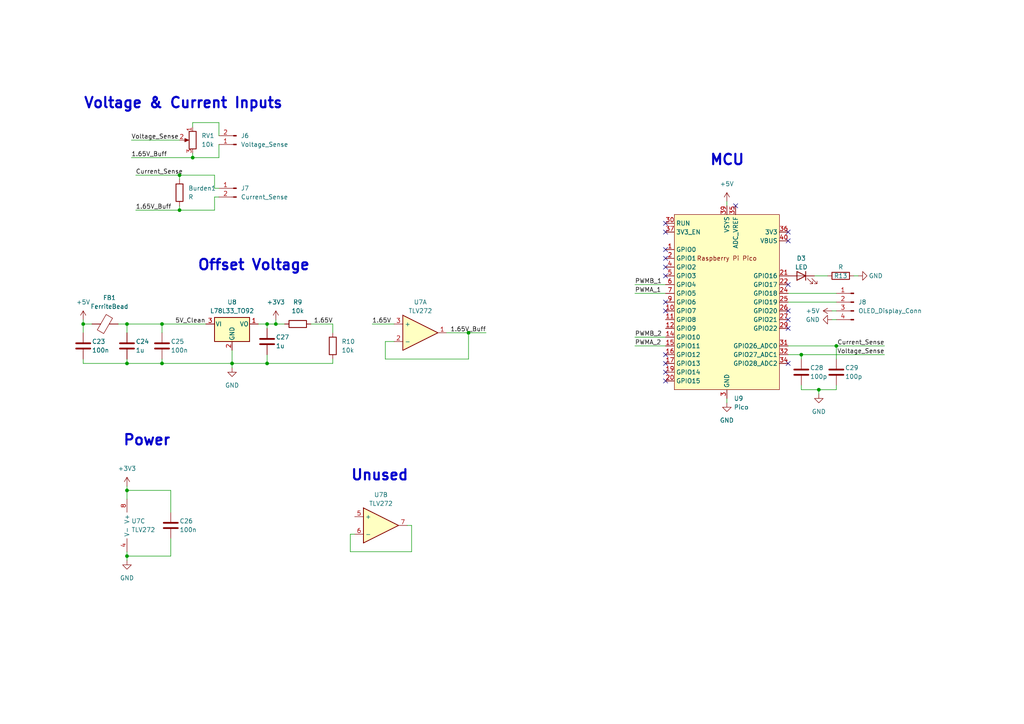
<source format=kicad_sch>
(kicad_sch (version 20211123) (generator eeschema)
  (paper "A4")
  (title_block (title "PWM Generation") (company "Kei Carden"))
  (lib_symbols
    (symbol "Connector:Conn_01x02_Male" (pin_names (offset 1.016) hide)
      (property "Reference" "J" (at 0 2.54 0))
      (property "Value" "Conn_01x02_Male" (at 0 -5.08 0))
      (symbol "Conn_01x02_Male_1_1"
        (polyline (pts (xy 1.27 -2.54) (xy 0.8636 -2.54)) (stroke (width 0.1524)))
        (polyline (pts (xy 1.27 0) (xy 0.8636 0)) (stroke (width 0.1524)))
        (rectangle (start 0.8636 -2.413) (end 0 -2.667) (stroke (width 0.1524)) (fill (type outline)))
        (rectangle (start 0.8636 0.127) (end 0 -0.127) (stroke (width 0.1524)) (fill (type outline)))
        (pin passive line (at 5.08 0 180) (length 3.81) (name "Pin_1") (number "1"))
        (pin passive line (at 5.08 -2.54 180) (length 3.81) (name "Pin_2") (number "2"))
      )
    )
    (symbol "Connector:Conn_01x04_Male" (pin_names (offset 1.016) hide)
      (property "Reference" "J" (at 0 5.08 0))
      (property "Value" "Conn_01x04_Male" (at 0 -7.62 0))
      (symbol "Conn_01x04_Male_1_1"
        (polyline (pts (xy 1.27 -5.08) (xy 0.8636 -5.08)) (stroke (width 0.1524)))
        (polyline (pts (xy 1.27 -2.54) (xy 0.8636 -2.54)) (stroke (width 0.1524)))
        (polyline (pts (xy 1.27 0) (xy 0.8636 0)) (stroke (width 0.1524)))
        (polyline (pts (xy 1.27 2.54) (xy 0.8636 2.54)) (stroke (width 0.1524)))
        (rectangle (start 0.8636 -4.953) (end 0 -5.207) (stroke (width 0.1524)) (fill (type outline)))
        (rectangle (start 0.8636 -2.413) (end 0 -2.667) (stroke (width 0.1524)) (fill (type outline)))
        (rectangle (start 0.8636 0.127) (end 0 -0.127) (stroke (width 0.1524)) (fill (type outline)))
        (rectangle (start 0.8636 2.667) (end 0 2.413) (stroke (width 0.1524)) (fill (type outline)))
        (pin passive line (at 5.08 2.54 180) (length 3.81) (name "Pin_1") (number "1"))
        (pin passive line (at 5.08 0 180) (length 3.81) (name "Pin_2") (number "2"))
        (pin passive line (at 5.08 -2.54 180) (length 3.81) (name "Pin_3") (number "3"))
        (pin passive line (at 5.08 -5.08 180) (length 3.81) (name "Pin_4") (number "4"))
      )
    )
    (symbol "Device:C" (pin_numbers hide) (pin_names (offset 0.254))
      (property "Reference" "C" (at 0.635 2.54 0))
      (property "Value" "C" (at 0.635 -2.54 0))
      (symbol "C_0_1"
        (polyline (pts (xy -2.032 -0.762) (xy 2.032 -0.762)) (stroke (width 0.508)))
        (polyline (pts (xy -2.032 0.762) (xy 2.032 0.762)) (stroke (width 0.508)))
      )
      (symbol "C_1_1"
        (pin passive line (at 0 3.81 270) (length 2.794) (name "~") (number "1"))
        (pin passive line (at 0 -3.81 90) (length 2.794) (name "~") (number "2"))
      )
    )
    (symbol "Device:FerriteBead" (pin_numbers hide) (pin_names (offset 0))
      (property "Reference" "FB" (at -3.81 0.635 90))
      (property "Value" "FerriteBead" (at 3.81 0 90))
      (symbol "FerriteBead_0_1"
        (polyline (pts (xy 0 -1.27) (xy 0 -1.2192)))
        (polyline (pts (xy 0 1.27) (xy 0 1.2954)))
        (polyline (pts (xy -2.7686 0.4064) (xy -1.7018 2.2606) (xy 2.7686 -0.3048) (xy 1.6764 -2.159) (xy -2.7686 0.4064)))
      )
      (symbol "FerriteBead_1_1"
        (pin passive line (at 0 3.81 270) (length 2.54) (name "~") (number "1"))
        (pin passive line (at 0 -3.81 90) (length 2.54) (name "~") (number "2"))
      )
    )
    (symbol "Device:LED" (pin_numbers hide) (pin_names (offset 1.016) hide)
      (property "Reference" "D" (at 0 2.54 0))
      (property "Value" "LED" (at 0 -2.54 0))
      (symbol "LED_0_1"
        (polyline (pts (xy -1.27 -1.27) (xy -1.27 1.27)) (stroke (width 0.254)))
        (polyline (pts (xy -1.27 0) (xy 1.27 0)))
        (polyline (pts (xy 1.27 -1.27) (xy 1.27 1.27) (xy -1.27 0) (xy 1.27 -1.27)) (stroke (width 0.254)))
        (polyline (pts (xy -3.048 -0.762) (xy -4.572 -2.286) (xy -3.81 -2.286) (xy -4.572 -2.286) (xy -4.572 -1.524)))
        (polyline (pts (xy -1.778 -0.762) (xy -3.302 -2.286) (xy -2.54 -2.286) (xy -3.302 -2.286) (xy -3.302 -1.524)))
      )
      (symbol "LED_1_1"
        (pin passive line (at -3.81 0 0) (length 2.54) (name "K") (number "1"))
        (pin passive line (at 3.81 0 180) (length 2.54) (name "A") (number "2"))
      )
    )
    (symbol "Device:Opamp_Dual"
      (property "Reference" "U" (at 0 5.08 0))
      (property "Value" "Opamp_Dual" (at 0 -5.08 0))
      (symbol "Opamp_Dual_1_1"
        (polyline (pts (xy -5.08 5.08) (xy 5.08 0) (xy -5.08 -5.08) (xy -5.08 5.08)) (stroke (width 0.254)) (fill (type background)))
        (pin output line (at 7.62 0 180) (length 2.54) (name "~") (number "1"))
        (pin input line (at -7.62 -2.54 0) (length 2.54) (name "-") (number "2"))
        (pin input line (at -7.62 2.54 0) (length 2.54) (name "+") (number "3"))
      )
      (symbol "Opamp_Dual_2_1"
        (polyline (pts (xy -5.08 5.08) (xy 5.08 0) (xy -5.08 -5.08) (xy -5.08 5.08)) (stroke (width 0.254)) (fill (type background)))
        (pin input line (at -7.62 2.54 0) (length 2.54) (name "+") (number "5"))
        (pin input line (at -7.62 -2.54 0) (length 2.54) (name "-") (number "6"))
        (pin output line (at 7.62 0 180) (length 2.54) (name "~") (number "7"))
      )
      (symbol "Opamp_Dual_3_1"
        (pin power_in line (at -2.54 -7.62 90) (length 3.81) (name "V-") (number "4"))
        (pin power_in line (at -2.54 7.62 270) (length 3.81) (name "V+") (number "8"))
      )
    )
    (symbol "Device:R" (pin_numbers hide) (pin_names (offset 0))
      (property "Reference" "R" (at 2.032 0 90))
      (property "Value" "R" (at 0 0 90))
      (symbol "R_0_1"
        (rectangle (start -1.016 -2.54) (end 1.016 2.54) (stroke (width 0.254)))
      )
      (symbol "R_1_1"
        (pin passive line (at 0 3.81 270) (length 1.27) (name "~") (number "1"))
        (pin passive line (at 0 -3.81 90) (length 1.27) (name "~") (number "2"))
      )
    )
    (symbol "Device:R_Potentiometer" (pin_names (offset 1.016) hide)
      (property "Reference" "RV" (at -4.445 0 90))
      (property "Value" "R_Potentiometer" (at -2.54 0 90))
      (symbol "R_Potentiometer_0_1"
        (polyline (pts (xy 2.54 0) (xy 1.524 0)))
        (polyline (pts (xy 1.143 0) (xy 2.286 0.508) (xy 2.286 -0.508) (xy 1.143 0)) (fill (type outline)))
        (rectangle (start 1.016 2.54) (end -1.016 -2.54) (stroke (width 0.254)))
      )
      (symbol "R_Potentiometer_1_1"
        (pin passive line (at 0 3.81 270) (length 1.27) (name "1") (number "1"))
        (pin passive line (at 3.81 0 180) (length 1.27) (name "2") (number "2"))
        (pin passive line (at 0 -3.81 90) (length 1.27) (name "3") (number "3"))
      )
    )
    (symbol "PicoRF:Pico"
      (property "Reference" "U" (at -13.97 26.67 0))
      (property "Value" "Pico" (at 12.7 26.67 0))
      (symbol "Pico_0_0"
        (text "Raspberry Pi Pico" (at 0 12.7 0) (effects (font (size 1.27 1.27))))
      )
      (symbol "Pico_0_1"
        (rectangle (start -15.24 25.4) (end 15.24 -25.4) (fill (type background)))
      )
      (symbol "Pico_1_1"
        (pin bidirectional line (at -17.78 15.24 0) (length 2.54) (name "GPIO0") (number "1"))
        (pin bidirectional line (at -17.78 -2.54 0) (length 2.54) (name "GPIO7") (number "10"))
        (pin bidirectional line (at -17.78 -5.08 0) (length 2.54) (name "GPIO8") (number "11"))
        (pin bidirectional line (at -17.78 -7.62 0) (length 2.54) (name "GPIO9") (number "12"))
        (pin passive line (at 0 -27.94 90) (length 2.54) hide (name "GND") (number "13"))
        (pin bidirectional line (at -17.78 -10.16 0) (length 2.54) (name "GPIO10") (number "14"))
        (pin bidirectional line (at -17.78 -12.7 0) (length 2.54) (name "GPIO11") (number "15"))
        (pin bidirectional line (at -17.78 -15.24 0) (length 2.54) (name "GPIO12") (number "16"))
        (pin bidirectional line (at -17.78 -17.78 0) (length 2.54) (name "GPIO13") (number "17"))
        (pin passive line (at 0 -27.94 90) (length 2.54) hide (name "GND") (number "18"))
        (pin bidirectional line (at -17.78 -20.32 0) (length 2.54) (name "GPIO14") (number "19"))
        (pin bidirectional line (at -17.78 12.7 0) (length 2.54) (name "GPIO1") (number "2"))
        (pin bidirectional line (at -17.78 -22.86 0) (length 2.54) (name "GPIO15") (number "20"))
        (pin bidirectional line (at 17.78 7.62 180) (length 2.54) (name "GPIO16") (number "21"))
        (pin bidirectional line (at 17.78 5.08 180) (length 2.54) (name "GPIO17") (number "22"))
        (pin passive line (at 0 -27.94 90) (length 2.54) hide (name "GND") (number "23"))
        (pin bidirectional line (at 17.78 2.54 180) (length 2.54) (name "GPIO18") (number "24"))
        (pin bidirectional line (at 17.78 0 180) (length 2.54) (name "GPIO19") (number "25"))
        (pin bidirectional line (at 17.78 -2.54 180) (length 2.54) (name "GPIO20") (number "26"))
        (pin bidirectional line (at 17.78 -5.08 180) (length 2.54) (name "GPIO21") (number "27"))
        (pin passive line (at 0 -27.94 90) (length 2.54) hide (name "GND") (number "28"))
        (pin bidirectional line (at 17.78 -7.62 180) (length 2.54) (name "GPIO22") (number "29"))
        (pin power_in line (at 0 -27.94 90) (length 2.54) (name "GND") (number "3"))
        (pin input line (at -17.78 22.86 0) (length 2.54) (name "RUN") (number "30"))
        (pin bidirectional line (at 17.78 -12.7 180) (length 2.54) (name "GPIO26_ADC0") (number "31"))
        (pin bidirectional line (at 17.78 -15.24 180) (length 2.54) (name "GPIO27_ADC1") (number "32"))
        (pin passive line (at 0 -27.94 90) (length 2.54) hide (name "AGND") (number "33"))
        (pin bidirectional line (at 17.78 -17.78 180) (length 2.54) (name "GPIO28_ADC2") (number "34"))
        (pin passive line (at 2.54 27.94 270) (length 2.54) (name "ADC_VREF") (number "35"))
        (pin power_out line (at 17.78 20.32 180) (length 2.54) (name "3V3") (number "36"))
        (pin input line (at -17.78 20.32 0) (length 2.54) (name "3V3_EN") (number "37"))
        (pin passive line (at 0 -27.94 90) (length 2.54) hide (name "GND") (number "38"))
        (pin power_in line (at 0 27.94 270) (length 2.54) (name "VSYS") (number "39"))
        (pin bidirectional line (at -17.78 10.16 0) (length 2.54) (name "GPIO2") (number "4"))
        (pin power_out line (at 17.78 17.78 180) (length 2.54) (name "VBUS") (number "40"))
        (pin bidirectional line (at -17.78 7.62 0) (length 2.54) (name "GPIO3") (number "5"))
        (pin bidirectional line (at -17.78 5.08 0) (length 2.54) (name "GPIO4") (number "6"))
        (pin bidirectional line (at -17.78 2.54 0) (length 2.54) (name "GPIO5") (number "7"))
        (pin passive line (at 0 -27.94 90) (length 2.54) hide (name "GND") (number "8"))
        (pin bidirectional line (at -17.78 0 0) (length 2.54) (name "GPIO6") (number "9"))
      )
    )
    (symbol "Regulator_Linear:L78L33_TO92" (pin_names (offset 0.254))
      (property "Reference" "U" (at -3.81 3.175 0))
      (property "Value" "L78L33_TO92" (at 0 3.175 0))
      (symbol "L78L33_TO92_0_1"
        (rectangle (start -5.08 -5.08) (end 5.08 1.905) (stroke (width 0.254)) (fill (type background)))
      )
      (symbol "L78L33_TO92_1_1"
        (pin power_out line (at 7.62 0 180) (length 2.54) (name "VO") (number "1"))
        (pin power_in line (at 0 -7.62 90) (length 2.54) (name "GND") (number "2"))
        (pin power_in line (at -7.62 0 0) (length 2.54) (name "VI") (number "3"))
      )
    )
    (symbol "power:+3V3" (power) (pin_names (offset 0))
      (property "Value" "+3V3" (at 0 3.556 0))
      (symbol "+3V3_0_1"
        (polyline (pts (xy -0.762 1.27) (xy 0 2.54)))
        (polyline (pts (xy 0 0) (xy 0 2.54)))
        (polyline (pts (xy 0 2.54) (xy 0.762 1.27)))
      )
      (symbol "+3V3_1_1"
        (pin power_in line (at 0 0 90) (length 0) hide (name "+3V3") (number "1"))
      )
    )
    (symbol "power:+5V" (power) (pin_names (offset 0))
      (property "Value" "+5V" (at 0 3.556 0))
      (symbol "+5V_0_1"
        (polyline (pts (xy -0.762 1.27) (xy 0 2.54)))
        (polyline (pts (xy 0 0) (xy 0 2.54)))
        (polyline (pts (xy 0 2.54) (xy 0.762 1.27)))
      )
      (symbol "+5V_1_1"
        (pin power_in line (at 0 0 90) (length 0) hide (name "+5V") (number "1"))
      )
    )
    (symbol "power:GND" (power) (pin_names (offset 0))
      (property "Value" "GND" (at 0 -3.81 0))
      (symbol "GND_0_1"
        (polyline (pts (xy 0 0) (xy 0 -1.27) (xy 1.27 -1.27) (xy 0 -2.54) (xy -1.27 -1.27) (xy 0 -1.27)))
      )
      (symbol "GND_1_1"
        (pin power_in line (at 0 0 270) (length 0) hide (name "GND") (number "1"))
      )
    )
  )
  (junction (at 237.49 113.03))
  (junction (at 46.99 93.98))
  (junction (at 67.31 105.41))
  (junction (at 36.83 105.41))
  (junction (at 36.83 93.98))
  (junction (at 242.57 100.33))
  (junction (at 24.13 93.98))
  (junction (at 46.99 105.41))
  (junction (at 77.47 105.41))
  (junction (at 77.47 93.98))
  (junction (at 232.41 102.87))
  (junction (at 80.01 93.98))
  (junction (at 36.83 142.24))
  (junction (at 36.83 161.29))
  (junction (at 52.07 50.8))
  (junction (at 52.07 60.96))
  (junction (at 55.88 45.72))
  (junction (at 135.89 96.52))
  (no_connect (at 193.04 110.49))
  (no_connect (at 228.6 82.55))
  (no_connect (at 193.04 74.93))
  (no_connect (at 193.04 77.47))
  (no_connect (at 228.6 69.85))
  (no_connect (at 228.6 95.25))
  (no_connect (at 193.04 87.63))
  (no_connect (at 193.04 72.39))
  (no_connect (at 228.6 90.17))
  (no_connect (at 228.6 67.31))
  (no_connect (at 193.04 90.17))
  (no_connect (at 193.04 67.31))
  (no_connect (at 193.04 105.41))
  (no_connect (at 193.04 64.77))
  (no_connect (at 228.6 105.41))
  (no_connect (at 213.36 59.69))
  (no_connect (at 193.04 107.95))
  (no_connect (at 193.04 102.87))
  (no_connect (at 193.04 80.01))
  (no_connect (at 228.6 92.71))
  (wire (pts (xy 236.22 80.01) (xy 240.03 80.01)))
  (wire (pts (xy 63.5 39.37) (xy 63.5 35.56)))
  (wire (pts (xy 107.95 93.98) (xy 114.3 93.98)))
  (wire (pts (xy 36.83 162.56) (xy 36.83 161.29)))
  (wire (pts (xy 36.83 96.52) (xy 36.83 93.98)))
  (wire (pts (xy 46.99 96.52) (xy 46.99 93.98)))
  (wire (pts (xy 210.82 58.42) (xy 210.82 59.69)))
  (wire (pts (xy 232.41 111.76) (xy 232.41 113.03)))
  (wire (pts (xy 77.47 105.41) (xy 96.52 105.41)))
  (wire (pts (xy 247.65 80.01) (xy 248.92 80.01)))
  (wire (pts (xy 193.04 85.09) (xy 184.15 85.09)))
  (wire (pts (xy 119.38 160.02) (xy 119.38 152.4)))
  (wire (pts (xy 77.47 93.98) (xy 74.93 93.98)))
  (wire (pts (xy 49.53 161.29) (xy 49.53 156.21)))
  (wire (pts (xy 80.01 92.71) (xy 80.01 93.98)))
  (wire (pts (xy 36.83 161.29) (xy 49.53 161.29)))
  (wire (pts (xy 63.5 35.56) (xy 55.88 35.56)))
  (wire (pts (xy 232.41 102.87) (xy 232.41 104.14)))
  (wire (pts (xy 232.41 102.87) (xy 256.54 102.87)))
  (wire (pts (xy 129.54 96.52) (xy 135.89 96.52)))
  (wire (pts (xy 36.83 160.02) (xy 36.83 161.29)))
  (wire (pts (xy 46.99 105.41) (xy 67.31 105.41)))
  (wire (pts (xy 77.47 95.25) (xy 77.47 93.98)))
  (wire (pts (xy 119.38 152.4) (xy 118.11 152.4)))
  (wire (pts (xy 55.88 45.72) (xy 63.5 45.72)))
  (wire (pts (xy 39.37 50.8) (xy 52.07 50.8)))
  (wire (pts (xy 242.57 87.63) (xy 228.6 87.63)))
  (wire (pts (xy 49.53 148.59) (xy 49.53 142.24)))
  (wire (pts (xy 67.31 105.41) (xy 77.47 105.41)))
  (wire (pts (xy 237.49 113.03) (xy 242.57 113.03)))
  (wire (pts (xy 24.13 105.41) (xy 36.83 105.41)))
  (wire (pts (xy 63.5 41.91) (xy 63.5 45.72)))
  (wire (pts (xy 52.07 59.69) (xy 52.07 60.96)))
  (wire (pts (xy 62.23 54.61) (xy 63.5 54.61)))
  (wire (pts (xy 24.13 93.98) (xy 24.13 96.52)))
  (wire (pts (xy 210.82 115.57) (xy 210.82 116.84)))
  (wire (pts (xy 36.83 140.97) (xy 36.83 142.24)))
  (wire (pts (xy 34.29 93.98) (xy 36.83 93.98)))
  (wire (pts (xy 62.23 50.8) (xy 62.23 54.61)))
  (wire (pts (xy 67.31 105.41) (xy 67.31 106.68)))
  (wire (pts (xy 114.3 99.06) (xy 111.76 99.06)))
  (wire (pts (xy 24.13 104.14) (xy 24.13 105.41)))
  (wire (pts (xy 193.04 100.33) (xy 184.15 100.33)))
  (wire (pts (xy 38.1 40.64) (xy 52.07 40.64)))
  (wire (pts (xy 102.87 154.94) (xy 101.6 154.94)))
  (wire (pts (xy 237.49 113.03) (xy 237.49 114.3)))
  (wire (pts (xy 232.41 113.03) (xy 237.49 113.03)))
  (wire (pts (xy 242.57 90.17) (xy 241.3 90.17)))
  (wire (pts (xy 46.99 105.41) (xy 36.83 105.41)))
  (wire (pts (xy 96.52 96.52) (xy 96.52 93.98)))
  (wire (pts (xy 46.99 104.14) (xy 46.99 105.41)))
  (wire (pts (xy 96.52 104.14) (xy 96.52 105.41)))
  (wire (pts (xy 77.47 105.41) (xy 77.47 102.87)))
  (wire (pts (xy 135.89 96.52) (xy 140.97 96.52)))
  (wire (pts (xy 52.07 52.07) (xy 52.07 50.8)))
  (wire (pts (xy 193.04 97.79) (xy 184.15 97.79)))
  (wire (pts (xy 135.89 104.14) (xy 135.89 96.52)))
  (wire (pts (xy 62.23 60.96) (xy 52.07 60.96)))
  (wire (pts (xy 96.52 93.98) (xy 90.17 93.98)))
  (wire (pts (xy 242.57 92.71) (xy 241.3 92.71)))
  (wire (pts (xy 67.31 101.6) (xy 67.31 105.41)))
  (wire (pts (xy 111.76 99.06) (xy 111.76 104.14)))
  (wire (pts (xy 36.83 93.98) (xy 46.99 93.98)))
  (wire (pts (xy 242.57 113.03) (xy 242.57 111.76)))
  (wire (pts (xy 36.83 142.24) (xy 49.53 142.24)))
  (wire (pts (xy 38.1 45.72) (xy 55.88 45.72)))
  (wire (pts (xy 55.88 35.56) (xy 55.88 36.83)))
  (wire (pts (xy 111.76 104.14) (xy 135.89 104.14)))
  (wire (pts (xy 36.83 105.41) (xy 36.83 104.14)))
  (wire (pts (xy 24.13 92.71) (xy 24.13 93.98)))
  (wire (pts (xy 63.5 57.15) (xy 62.23 57.15)))
  (wire (pts (xy 242.57 100.33) (xy 256.54 100.33)))
  (wire (pts (xy 52.07 50.8) (xy 62.23 50.8)))
  (wire (pts (xy 62.23 57.15) (xy 62.23 60.96)))
  (wire (pts (xy 228.6 102.87) (xy 232.41 102.87)))
  (wire (pts (xy 39.37 60.96) (xy 52.07 60.96)))
  (wire (pts (xy 101.6 160.02) (xy 119.38 160.02)))
  (wire (pts (xy 46.99 93.98) (xy 59.69 93.98)))
  (wire (pts (xy 228.6 100.33) (xy 242.57 100.33)))
  (wire (pts (xy 26.67 93.98) (xy 24.13 93.98)))
  (wire (pts (xy 242.57 85.09) (xy 228.6 85.09)))
  (wire (pts (xy 80.01 93.98) (xy 77.47 93.98)))
  (wire (pts (xy 101.6 154.94) (xy 101.6 160.02)))
  (wire (pts (xy 242.57 100.33) (xy 242.57 104.14)))
  (wire (pts (xy 193.04 82.55) (xy 184.15 82.55)))
  (wire (pts (xy 55.88 44.45) (xy 55.88 45.72)))
  (wire (pts (xy 36.83 142.24) (xy 36.83 144.78)))
  (wire (pts (xy 82.55 93.98) (xy 80.01 93.98)))
  (text "Voltage & Current Inputs\n" (at 24.13 31.75 0) (effects (font (size 3 3) (thickness 0.6) bold) (justify left bottom)))
  (text "Unused\n" (at 101.6 139.7 0) (effects (font (size 3 3) (thickness 0.6) bold) (justify left bottom)))
  (text "Power\n" (at 35.56 129.54 0) (effects (font (size 3 3) (thickness 0.6) bold) (justify left bottom)))
  (text "Offset Voltage\n" (at 57.15 78.74 0) (effects (font (size 3 3) (thickness 0.6) bold) (justify left bottom)))
  (text "MCU\n" (at 205.74 48.26 0) (effects (font (size 3 3) (thickness 0.6) bold) (justify left bottom)))
  (label "Current_Sense" (at 39.37 50.8 0))
  (label "1.65V" (at 107.95 93.98 0))
  (label "PWMB_2" (at 184.15 97.79 0))
  (label "PWMB_1" (at 184.15 82.55 0))
  (label "Voltage_Sense" (at 256.54 102.87 180))
  (label "PWMA_2" (at 184.15 100.33 0))
  (label "1.65V_Buff" (at 39.37 60.96 0))
  (label "PWMA_1" (at 184.15 85.09 0))
  (label "1.65V_Buff" (at 140.97 96.52 180))
  (label "5V_Clean" (at 50.8 93.98 0))
  (label "Voltage_Sense" (at 38.1 40.64 0))
  (label "1.65V_Buff" (at 38.1 45.72 0))
  (label "Current_Sense" (at 256.54 100.33 180))
  (label "1.65V" (at 96.52 93.98 180))
  (symbol (lib_id "Device:C") (at 24.13 100.33 0) (unit 1)
    (property "Reference" "C23" (at 26.67 99.06 0) (effects (justify left)))
    (property "Value" "100n" (at 26.67 101.6 0) (effects (justify left)))
    (property "Footprint" "Capacitor_SMD:C_0603_1608Metric_Pad1.08x0.95mm_HandSolder" (effects hide))
  )
  (symbol (lib_id "power:+5V") (at 241.3 90.17 90) (unit 1)
    (property "Reference" "#PWR0134" (effects hide))
    (property "Value" "+5V" (at 233.68 90.17 90) (effects (justify right)))
  )
  (symbol (lib_id "power:GND") (at 67.31 106.68 0) (unit 1)
    (property "Reference" "#PWR0139" (effects hide))
    (property "Value" "GND" (at 67.31 111.76 0))
  )
  (symbol (lib_id "Connector:Conn_01x02_Male") (at 68.58 54.61 0) (mirror y) (unit 1)
    (property "Reference" "J7" (at 69.85 54.6099 0) (effects (justify right)))
    (property "Value" "Current_Sense" (at 69.85 57.1499 0) (effects (justify right)))
    (property "Footprint" "Connector_Molex:Molex_KK-254_AE-6410-02A_1x02_P2.54mm_Vertical" (effects hide))
  )
  (symbol (lib_id "Device:C") (at 232.41 107.95 0) (unit 1)
    (property "Reference" "C28" (at 234.95 106.68 0) (effects (justify left)))
    (property "Value" "100p" (at 234.95 109.22 0) (effects (justify left)))
    (property "Footprint" "Capacitor_SMD:C_0603_1608Metric_Pad1.08x0.95mm_HandSolder" (effects hide))
  )
  (symbol (lib_id "PicoRF:Pico") (at 210.82 87.63 0) (unit 1)
    (property "Reference" "U9" (at 212.8394 115.57 0) (effects (justify left)))
    (property "Value" "Pico" (at 212.8394 118.11 0) (effects (justify left)))
    (property "Footprint" "PicoRF:Pico" (effects hide))
    (property "Datasheet" "https://datasheets.raspberrypi.com/pico/pico-datasheet.pdf" (effects hide))
  )
  (symbol (lib_id "power:GND") (at 241.3 92.71 270) (unit 1)
    (property "Reference" "#PWR0133" (effects hide))
    (property "Value" "GND" (at 233.68 92.71 90) (effects (justify left)))
  )
  (symbol (lib_id "Device:Opamp_Dual") (at 121.92 96.52 0) (unit 1)
    (property "Reference" "U7" (at 121.92 87.63 0))
    (property "Value" "TLV272" (at 121.92 90.17 0))
  )
  (symbol (lib_id "Device:C") (at 49.53 152.4 0) (unit 1)
    (property "Reference" "C26" (at 52.07 151.13 0) (effects (justify left)))
    (property "Value" "100n" (at 52.07 153.67 0) (effects (justify left)))
  )
  (symbol (lib_id "power:GND") (at 36.83 162.56 0) (unit 1)
    (property "Reference" "#PWR0137" (effects hide))
    (property "Value" "GND" (at 36.83 167.64 0))
  )
  (symbol (lib_id "Device:R_Potentiometer") (at 55.88 40.64 0) (mirror y) (unit 1)
    (property "Reference" "RV1" (at 58.42 39.3699 0) (effects (justify right)))
    (property "Value" "10k" (at 58.42 41.9099 0) (effects (justify right)))
    (property "Footprint" "Potentiometer_THT:Potentiometer_Bourns_3296W_Vertical" (effects hide))
  )
  (symbol (lib_id "power:+3V3") (at 36.83 140.97 0) (unit 1)
    (property "Reference" "#PWR0136" (effects hide))
    (property "Value" "+3V3" (at 36.83 135.89 0))
  )
  (symbol (lib_id "Device:Opamp_Dual") (at 39.37 152.4 0) (unit 3)
    (property "Reference" "U7" (at 38.1 151.13 0) (effects (justify left)))
    (property "Value" "TLV272" (at 38.1 153.6699 0) (effects (justify left)))
  )
  (symbol (lib_id "Device:C") (at 46.99 100.33 0) (unit 1)
    (property "Reference" "C25" (at 49.53 99.06 0) (effects (justify left)))
    (property "Value" "100n" (at 49.53 101.6 0) (effects (justify left)))
    (property "Footprint" "Capacitor_SMD:C_0603_1608Metric_Pad1.08x0.95mm_HandSolder" (effects hide))
  )
  (symbol (lib_id "power:GND") (at 237.49 114.3 0) (unit 1)
    (property "Reference" "#PWR0132" (effects hide))
    (property "Value" "GND" (at 237.49 119.38 0))
  )
  (symbol (lib_id "Device:LED") (at 232.41 80.01 0) (mirror y) (unit 1)
    (property "Reference" "D3" (at 232.41 74.93 0))
    (property "Value" "LED" (at 232.41 77.47 0))
    (property "Footprint" "LED_THT:LED_D3.0mm" (effects hide))
  )
  (symbol (lib_id "Device:C") (at 36.83 100.33 0) (unit 1)
    (property "Reference" "C24" (at 39.37 99.06 0) (effects (justify left)))
    (property "Value" "1u" (at 39.37 101.6 0) (effects (justify left)))
    (property "Footprint" "Capacitor_SMD:C_0603_1608Metric_Pad1.08x0.95mm_HandSolder" (effects hide))
  )
  (symbol (lib_id "power:GND") (at 248.92 80.01 90) (mirror x) (unit 1)
    (property "Reference" "#PWR0135" (effects hide))
    (property "Value" "GND" (at 254 80.01 90))
  )
  (symbol (lib_id "Device:R") (at 52.07 55.88 0) (unit 1)
    (property "Reference" "Burden1" (at 54.61 54.6099 0) (effects (justify left)))
    (property "Value" "R" (at 54.61 57.1499 0) (effects (justify left)))
    (property "Footprint" "Resistor_SMD:R_1206_3216Metric_Pad1.30x1.75mm_HandSolder" (effects hide))
  )
  (symbol (lib_id "Device:Opamp_Dual") (at 110.49 152.4 0) (unit 2)
    (property "Reference" "U7" (at 110.49 143.51 0))
    (property "Value" "TLV272" (at 110.49 146.05 0))
    (property "Footprint" "Package_DIP:DIP-8_W7.62mm_LongPads" (effects hide))
  )
  (symbol (lib_id "Device:FerriteBead") (at 30.48 93.98 90) (unit 1)
    (property "Reference" "FB1" (at 31.75 86.36 90))
    (property "Value" "FerriteBead" (at 31.75 88.9 90))
    (property "Footprint" "Resistor_SMD:R_1206_3216Metric_Pad1.30x1.75mm_HandSolder" (effects hide))
  )
  (symbol (lib_id "power:+5V") (at 24.13 92.71 0) (unit 1)
    (property "Reference" "#PWR0140" (effects hide))
    (property "Value" "+5V" (at 24.13 87.63 0))
  )
  (symbol (lib_id "Device:R") (at 86.36 93.98 90) (unit 1)
    (property "Reference" "R9" (at 86.36 87.63 90))
    (property "Value" "10k" (at 86.36 90.17 90))
    (property "Footprint" "Resistor_SMD:R_0603_1608Metric_Pad0.98x0.95mm_HandSolder" (effects hide))
  )
  (symbol (lib_id "power:+5V") (at 210.82 58.42 0) (unit 1)
    (property "Reference" "#PWR0141" (effects hide))
    (property "Value" "+5V" (at 210.82 53.34 0))
  )
  (symbol (lib_id "Connector:Conn_01x04_Male") (at 247.65 87.63 0) (mirror y) (unit 1)
    (property "Reference" "J8" (at 248.92 87.6299 0) (effects (justify right)))
    (property "Value" "OLED_Display_Conn" (at 248.92 90.1699 0) (effects (justify right)))
    (property "Footprint" "Connector_PinSocket_2.54mm:PinSocket_1x04_P2.54mm_Vertical" (effects hide))
  )
  (symbol (lib_id "Device:C") (at 242.57 107.95 0) (unit 1)
    (property "Reference" "C29" (at 245.11 106.68 0) (effects (justify left)))
    (property "Value" "100p" (at 245.11 109.22 0) (effects (justify left)))
    (property "Footprint" "Capacitor_SMD:C_0603_1608Metric_Pad1.08x0.95mm_HandSolder" (effects hide))
  )
  (symbol (lib_id "Device:R") (at 243.84 80.01 90) (unit 1)
    (property "Reference" "R13" (at 243.84 80.01 90))
    (property "Value" "R" (at 243.84 77.47 90))
  )
  (symbol (lib_id "Device:C") (at 77.47 99.06 0) (unit 1)
    (property "Reference" "C27" (at 80.01 97.79 0) (effects (justify left)))
    (property "Value" "1u" (at 80.01 100.33 0) (effects (justify left)))
    (property "Footprint" "Capacitor_SMD:C_0603_1608Metric_Pad1.08x0.95mm_HandSolder" (effects hide))
  )
  (symbol (lib_id "power:+3V3") (at 80.01 92.71 0) (unit 1)
    (property "Reference" "#PWR0138" (effects hide))
    (property "Value" "+3V3" (at 80.01 87.63 0))
  )
  (symbol (lib_id "power:GND") (at 210.82 116.84 0) (unit 1)
    (property "Reference" "#PWR0129" (effects hide))
    (property "Value" "GND" (at 210.82 121.92 0))
  )
  (symbol (lib_id "Device:R") (at 96.52 100.33 180) (unit 1)
    (property "Reference" "R10" (at 99.06 99.0599 0) (effects (justify right)))
    (property "Value" "10k" (at 99.06 101.5999 0) (effects (justify right)))
    (property "Footprint" "Resistor_SMD:R_0603_1608Metric_Pad0.98x0.95mm_HandSolder" (effects hide))
  )
  (symbol (lib_id "Connector:Conn_01x02_Male") (at 68.58 41.91 180) (unit 1)
    (property "Reference" "J6" (at 69.85 39.3699 0) (effects (justify right)))
    (property "Value" "Voltage_Sense" (at 69.85 41.9099 0) (effects (justify right)))
    (property "Footprint" "Connector_Molex:Molex_KK-254_AE-6410-02A_1x02_P2.54mm_Vertical" (effects hide))
  )
  (symbol (lib_id "Regulator_Linear:L78L33_TO92") (at 67.31 93.98 0) (unit 1)
    (property "Reference" "U8" (at 67.31 87.63 0))
    (property "Value" "L78L33_TO92" (at 67.31 90.17 0))
    (property "Footprint" "Package_TO_SOT_THT:TO-92_Inline_Wide" (effects hide))
    (property "Datasheet" "http://www.st.com/content/ccc/resource/technical/document/datasheet/15/55/e5/aa/23/5b/43/fd/CD00000446.pdf/files/CD00000446.pdf/jcr:content/translations/en.CD00000446.pdf" (effects hide))
  )
)
</source>
